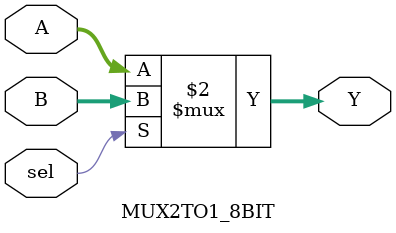
<source format=v>
module MUX2TO1_8BIT (A, B, sel, Y);
	input [7:0] A, B;
	input sel;
	output [7:0] Y;
	
	assign Y = (sel == 1) ? B : A;
	
endmodule

</source>
